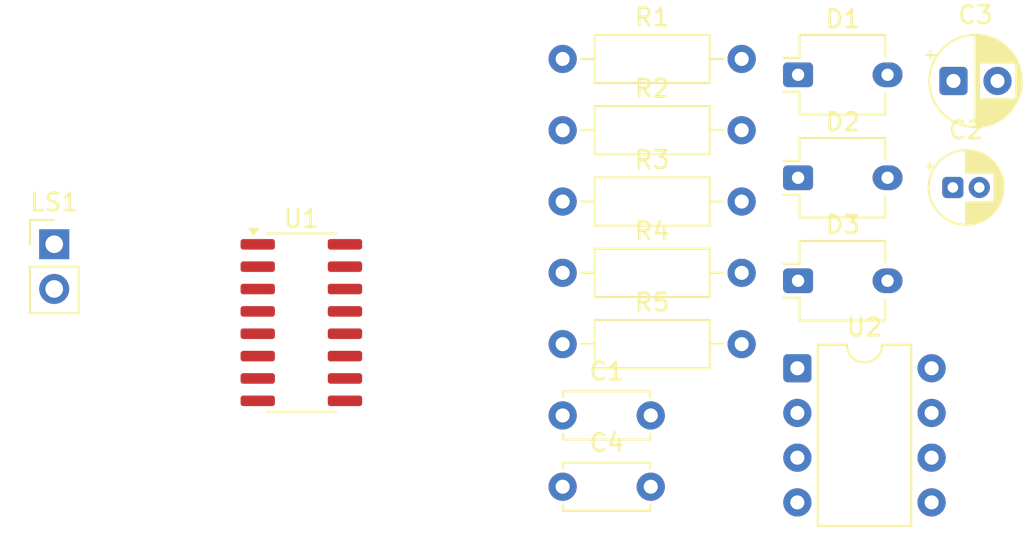
<source format=kicad_pcb>
(kicad_pcb (version 20241229) (generator "pcbnew") (generator_version "9.0")
  (layers (0 "F.Cu" signal) (2 "B.Cu" signal) (13 "F.Paste" user) (15 "B.Paste" user) (5 "F.SilkS" user "F.Silkscreen") (7 "B.SilkS" user "B.Silkscreen") (1 "F.Mask" user) (3 "B.Mask" user) (25 "Edge.Cuts" user))
  (net 0 "")
  (net 1 "Net-(U1-VREF)")
  (net 2 "GND")
  (net 3 "Net-(U1-INL)")
  (net 4 "+5V")
  (net 5 "Net-(U1-LOUT-)")
  (net 6 "Net-(U1-LOUT+)")
  (net 10 "Net-(C2-Pad1)")
  (net 11 "Net-(D1-K)")
  (net 12 "Net-(U2B-+)")
  (net 13 "Net-(U2B--)")
  (net 14 "Net-(U2A-+)")
  (footprint "Resistor_THT:R_Axial_DIN0207_L6.3mm_D2.5mm_P10.16mm_Horizontal" (layer "F.Cu") (at 167.855199 85.4)
    (property "Reference" "R5" (at 5.08 -2.37 0) (layer "F.SilkS"))
    (property "Value" "10k")
    (fp_line (start 1.04 0) (end 1.81 0) (stroke (width 0.12)) (layer "F.SilkS"))
    (fp_line (start 9.12 0) (end 8.35 0) (stroke (width 0.12)) (layer "F.SilkS"))
    (fp_rect (start 1.81 -1.37) (end 8.35 1.37) (stroke (width 0.12)) (fill no) (layer "F.SilkS"))
    (pad "1" thru_hole circle (at 0 0) (size 1.6 1.6) (drill 0.8) (layers "*.Cu" "*.Mask") (net 14 "Net-(U2A-+)"))
    (pad "2" thru_hole circle (at 10.16 0) (size 1.6 1.6) (drill 0.8) (layers "*.Cu" "*.Mask") (net 2 "GND"))
  )
  (footprint "Capacitor_THT:C_Disc_D4.7mm_W2.5mm_P5.00mm" (layer "F.Cu") (at 167.855199 89.45)
    (property "Reference" "C1" (at 2.5 -2.5 0) (layer "F.SilkS"))
    (property "Value" "0.1uF")
    (fp_line (start 0.03 -1.37) (end 4.97 -1.37) (stroke (width 0.12)) (layer "F.SilkS"))
    (fp_line (start 0.03 -1.04) (end 0.03 -1.37) (stroke (width 0.12)) (layer "F.SilkS"))
    (fp_line (start 0.03 1.37) (end 0.03 1.04) (stroke (width 0.12)) (layer "F.SilkS"))
    (fp_line (start 4.97 -1.37) (end 4.97 -1.04) (stroke (width 0.12)) (layer "F.SilkS"))
    (fp_line (start 4.97 1.04) (end 4.97 1.37) (stroke (width 0.12)) (layer "F.SilkS"))
    (fp_line (start 4.97 1.37) (end 0.03 1.37) (stroke (width 0.12)) (layer "F.SilkS"))
    (pad "1" thru_hole circle (at 0 0) (size 1.6 1.6) (drill 0.8) (layers "*.Cu" "*.Mask") (net 1 "Net-(U1-VREF)"))
    (pad "2" thru_hole circle (at 5 0) (size 1.6 1.6) (drill 0.8) (layers "*.Cu" "*.Mask") (net 2 "GND"))
  )
  (footprint "Resistor_THT:R_Axial_DIN0207_L6.3mm_D2.5mm_P10.16mm_Horizontal" (layer "F.Cu") (at 167.855199 81.35)
    (property "Reference" "R4" (at 5.08 -2.37 0) (layer "F.SilkS"))
    (property "Value" "10k")
    (fp_line (start 1.04 0) (end 1.81 0) (stroke (width 0.12)) (layer "F.SilkS"))
    (fp_line (start 9.12 0) (end 8.35 0) (stroke (width 0.12)) (layer "F.SilkS"))
    (fp_rect (start 1.81 -1.37) (end 8.35 1.37) (stroke (width 0.12)) (fill no) (layer "F.SilkS"))
    (pad "1" thru_hole circle (at 0 0) (size 1.6 1.6) (drill 0.8) (layers "*.Cu" "*.Mask") (net 4 "+5V"))
    (pad "2" thru_hole circle (at 10.16 0) (size 1.6 1.6) (drill 0.8) (layers "*.Cu" "*.Mask") (net 14 "Net-(U2A-+)"))
  )
  (footprint "Resistor_THT:R_Axial_DIN0207_L6.3mm_D2.5mm_P10.16mm_Horizontal" (layer "F.Cu") (at 167.855199 77.3)
    (property "Reference" "R3" (at 5.08 -2.37 0) (layer "F.SilkS"))
    (property "Value" "5.1k")
    (fp_line (start 1.04 0) (end 1.81 0) (stroke (width 0.12)) (layer "F.SilkS"))
    (fp_line (start 9.12 0) (end 8.35 0) (stroke (width 0.12)) (layer "F.SilkS"))
    (fp_rect (start 1.81 -1.37) (end 8.35 1.37) (stroke (width 0.12)) (fill no) (layer "F.SilkS"))
    (pad "1" thru_hole circle (at 0 0) (size 1.6 1.6) (drill 0.8) (layers "*.Cu" "*.Mask") (net 14 "Net-(U2A-+)"))
    (pad "2" thru_hole circle (at 10.16 0) (size 1.6 1.6) (drill 0.8) (layers "*.Cu" "*.Mask") (net 13 "Net-(U2B--)"))
  )
  (footprint "OptoDevice:Osram_DIL2_4.3x4.65mm_P5.08mm" (layer "F.Cu") (at 181.215199 81.8)
    (property "Reference" "D3" (at 2.54 -3.17 0) (layer "F.SilkS"))
    (property "Value" "BPW34")
    (fp_line (start 0.08 -2.26) (end 0.08 -0.96) (stroke (width 0.12)) (layer "F.SilkS"))
    (fp_line (start 0.08 -2.26) (end 4.95 -2.26) (stroke (width 0.12)) (layer "F.SilkS"))
    (fp_line (start 0.08 -0.96) (end -0.84 -0.96) (stroke (width 0.12)) (layer "F.SilkS"))
    (fp_line (start 0.08 0.96) (end -0.84 0.96) (stroke (width 0.12)) (layer "F.SilkS"))
    (fp_line (start 0.08 0.96) (end 0.08 2.26) (stroke (width 0.12)) (layer "F.SilkS"))
    (fp_line (start 4.95 -2.26) (end 4.95 -1.06) (stroke (width 0.12)) (layer "F.SilkS"))
    (fp_line (start 4.95 1.06) (end 4.95 2.26) (stroke (width 0.12)) (layer "F.SilkS"))
    (fp_line (start 4.95 2.26) (end 0.08 2.26) (stroke (width 0.12)) (layer "F.SilkS"))
    (pad "1" thru_hole roundrect (at 0 0) (size 1.7 1.4) (drill 0.7) (layers "*.Cu" "*.Mask") (roundrect_rratio 0.178) (net 11 "Net-(D1-K)"))
    (pad "2" thru_hole oval (at 5.08 0) (size 1.7 1.4) (drill 0.7) (layers "*.Cu" "*.Mask") (net 2 "GND"))
  )
  (footprint "Capacitor_THT:CP_Radial_D4.0mm_P1.50mm" (layer "F.Cu") (at 190 76.5)
    (property "Reference" "C2" (at 0.75 -3.25 0) (layer "F.SilkS"))
    (property "Value" "1uF")
    (fp_line (start -1.519801 -1.195) (end -1.119801 -1.195) (stroke (width 0.12)) (layer "F.SilkS"))
    (fp_line (start -1.319801 -1.395) (end -1.319801 -0.995) (stroke (width 0.12)) (layer "F.SilkS"))
    (fp_line (start 0.75 -2.08) (end 0.75 -0.84) (stroke (width 0.12)) (layer "F.SilkS"))
    (fp_line (start 0.75 0.84) (end 0.75 2.08) (stroke (width 0.12)) (layer "F.SilkS"))
    (fp_line (start 0.79 -2.08) (end 0.79 -0.84) (stroke (width 0.12)) (layer "F.SilkS"))
    (fp_line (start 0.79 0.84) (end 0.79 2.08) (stroke (width 0.12)) (layer "F.SilkS"))
    (fp_line (start 0.83 -2.078) (end 0.83 -0.84) (stroke (width 0.12)) (layer "F.SilkS"))
    (fp_line (start 0.83 0.84) (end 0.83 2.078) (stroke (width 0.12)) (layer "F.SilkS"))
    (fp_line (start 0.87 -2.077) (end 0.87 -0.84) (stroke (width 0.12)) (layer "F.SilkS"))
    (fp_line (start 0.87 0.84) (end 0.87 2.077) (stroke (width 0.12)) (layer "F.SilkS"))
    (fp_line (start 0.91 -2.074) (end 0.91 -0.84) (stroke (width 0.12)) (layer "F.SilkS"))
    (fp_line (start 0.91 0.84) (end 0.91 2.074) (stroke (width 0.12)) (layer "F.SilkS"))
    (fp_line (start 0.95 -2.071) (end 0.95 -0.84) (stroke (width 0.12)) (layer "F.SilkS"))
    (fp_line (start 0.95 0.84) (end 0.95 2.071) (stroke (width 0.12)) (layer "F.SilkS"))
    (fp_line (start 0.99 -2.066) (end 0.99 -0.84) (stroke (width 0.12)) (layer "F.SilkS"))
    (fp_line (start 0.99 0.84) (end 0.99 2.066) (stroke (width 0.12)) (layer "F.SilkS"))
    (fp_line (start 1.03 -2.061) (end 1.03 -0.84) (stroke (width 0.12)) (layer "F.SilkS"))
    (fp_line (start 1.03 0.84) (end 1.03 2.061) (stroke (width 0.12)) (layer "F.SilkS"))
    (fp_line (start 1.07 -2.056) (end 1.07 -0.84) (stroke (width 0.12)) (layer "F.SilkS"))
    (fp_line (start 1.07 0.84) (end 1.07 2.056) (stroke (width 0.12)) (layer "F.SilkS"))
    (fp_line (start 1.11 -2.049) (end 1.11 -0.84) (stroke (width 0.12)) (layer "F.SilkS"))
    (fp_line (start 1.11 0.84) (end 1.11 2.049) (stroke (width 0.12)) (layer "F.SilkS"))
    (fp_line (start 1.15 -2.042) (end 1.15 -0.84) (stroke (width 0.12)) (layer "F.SilkS"))
    (fp_line (start 1.15 0.84) (end 1.15 2.042) (stroke (width 0.12)) (layer "F.SilkS"))
    (fp_line (start 1.19 -2.034) (end 1.19 -0.84) (stroke (width 0.12)) (layer "F.SilkS"))
    (fp_line (start 1.19 0.84) (end 1.19 2.034) (stroke (width 0.12)) (layer "F.SilkS"))
    (fp_line (start 1.23 -2.025) (end 1.23 -0.84) (stroke (width 0.12)) (layer "F.SilkS"))
    (fp_line (start 1.23 0.84) (end 1.23 2.025) (stroke (width 0.12)) (layer "F.SilkS"))
    (fp_line (start 1.27 -2.015) (end 1.27 -0.84) (stroke (width 0.12)) (layer "F.SilkS"))
    (fp_line (start 1.27 0.84) (end 1.27 2.015) (stroke (width 0.12)) (layer "F.SilkS"))
    (fp_line (start 1.31 -2.005) (end 1.31 -0.84) (stroke (width 0.12)) (layer "F.SilkS"))
    (fp_line (start 1.31 0.84) (end 1.31 2.005) (stroke (width 0.12)) (layer "F.SilkS"))
    (fp_line (start 1.35 -1.993) (end 1.35 -0.84) (stroke (width 0.12)) (layer "F.SilkS"))
    (fp_line (start 1.35 0.84) (end 1.35 1.993) (stroke (width 0.12)) (layer "F.SilkS"))
    (fp_line (start 1.39 -1.981) (end 1.39 -0.84) (stroke (width 0.12)) (layer "F.SilkS"))
    (fp_line (start 1.39 0.84) (end 1.39 1.981) (stroke (width 0.12)) (layer "F.SilkS"))
    (fp_line (start 1.43 -1.968) (end 1.43 -0.84) (stroke (width 0.12)) (layer "F.SilkS"))
    (fp_line (start 1.43 0.84) (end 1.43 1.968) (stroke (width 0.12)) (layer "F.SilkS"))
    (fp_line (start 1.47 -1.954) (end 1.47 -0.84) (stroke (width 0.12)) (layer "F.SilkS"))
    (fp_line (start 1.47 0.84) (end 1.47 1.954) (stroke (width 0.12)) (layer "F.SilkS"))
    (fp_line (start 1.51 -1.939) (end 1.51 -0.84) (stroke (width 0.12)) (layer "F.SilkS"))
    (fp_line (start 1.51 0.84) (end 1.51 1.939) (stroke (width 0.12)) (layer "F.SilkS"))
    (fp_line (start 1.55 -1.923) (end 1.55 -0.84) (stroke (width 0.12)) (layer "F.SilkS"))
    (fp_line (start 1.55 0.84) (end 1.55 1.923) (stroke (width 0.12)) (layer "F.SilkS"))
    (fp_line (start 1.59 -1.906) (end 1.59 -0.84) (stroke (width 0.12)) (layer "F.SilkS"))
    (fp_line (start 1.59 0.84) (end 1.59 1.906) (stroke (width 0.12)) (layer "F.SilkS"))
    (fp_line (start 1.63 -1.889) (end 1.63 -0.84) (stroke (width 0.12)) (layer "F.SilkS"))
    (fp_line (start 1.63 0.84) (end 1.63 1.889) (stroke (width 0.12)) (layer "F.SilkS"))
    (fp_line (start 1.67 -1.87) (end 1.67 -0.84) (stroke (width 0.12)) (layer "F.SilkS"))
    (fp_line (start 1.67 0.84) (end 1.67 1.87) (stroke (width 0.12)) (layer "F.SilkS"))
    (fp_line (start 1.71 -1.85) (end 1.71 -0.84) (stroke (width 0.12)) (layer "F.SilkS"))
    (fp_line (start 1.71 0.84) (end 1.71 1.85) (stroke (width 0.12)) (layer "F.SilkS"))
    (fp_line (start 1.75 -1.829) (end 1.75 -0.84) (stroke (width 0.12)) (layer "F.SilkS"))
    (fp_line (start 1.75 0.84) (end 1.75 1.829) (stroke (width 0.12)) (layer "F.SilkS"))
    (fp_line (start 1.79 -1.807) (end 1.79 -0.84) (stroke (width 0.12)) (layer "F.SilkS"))
    (fp_line (start 1.79 0.84) (end 1.79 1.807) (stroke (width 0.12)) (layer "F.SilkS"))
    (fp_line (start 1.83 -1.784) (end 1.83 -0.84) (stroke (width 0.12)) (layer "F.SilkS"))
    (fp_line (start 1.83 0.84) (end 1.83 1.784) (stroke (width 0.12)) (layer "F.SilkS"))
    (fp_line (start 1.87 -1.76) (end 1.87 -0.84) (stroke (width 0.12)) (layer "F.SilkS"))
    (fp_line (start 1.87 0.84) (end 1.87 1.76) (stroke (width 0.12)) (layer "F.SilkS"))
    (fp_line (start 1.91 -1.734) (end 1.91 -0.84) (stroke (width 0.12)) (layer "F.SilkS"))
    (fp_line (start 1.91 0.84) (end 1.91 1.734) (stroke (width 0.12)) (layer "F.SilkS"))
    (fp_line (start 1.95 -1.708) (end 1.95 -0.84) (stroke (width 0.12)) (layer "F.SilkS"))
    (fp_line (start 1.95 0.84) (end 1.95 1.708) (stroke (width 0.12)) (layer "F.SilkS"))
    (fp_line (start 1.99 -1.68) (end 1.99 -0.84) (stroke (width 0.12)) (layer "F.SilkS"))
    (fp_line (start 1.99 0.84) (end 1.99 1.68) (stroke (width 0.12)) (layer "F.SilkS"))
    (fp_line (start 2.03 -1.65) (end 2.03 -0.84) (stroke (width 0.12)) (layer "F.SilkS"))
    (fp_line (start 2.03 0.84) (end 2.03 1.65) (stroke (width 0.12)) (layer "F.SilkS"))
    (fp_line (start 2.07 -1.619) (end 2.07 -0.84) (stroke (width 0.12)) (layer "F.SilkS"))
    (fp_line (start 2.07 0.84) (end 2.07 1.619) (stroke (width 0.12)) (layer "F.SilkS"))
    (fp_line (start 2.11 -1.586) (end 2.11 -0.84) (stroke (width 0.12)) (layer "F.SilkS"))
    (fp_line (start 2.11 0.84) (end 2.11 1.586) (stroke (width 0.12)) (layer "F.SilkS"))
    (fp_line (start 2.15 -1.552) (end 2.15 -0.84) (stroke (width 0.12)) (layer "F.SilkS"))
    (fp_line (start 2.15 0.84) (end 2.15 1.552) (stroke (width 0.12)) (layer "F.SilkS"))
    (fp_line (start 2.19 -1.516) (end 2.19 -0.84) (stroke (width 0.12)) (layer "F.SilkS"))
    (fp_line (start 2.19 0.84) (end 2.19 1.516) (stroke (width 0.12)) (layer "F.SilkS"))
    (fp_line (start 2.23 -1.478) (end 2.23 -0.84) (stroke (width 0.12)) (layer "F.SilkS"))
    (fp_line (start 2.23 0.84) (end 2.23 1.478) (stroke (width 0.12)) (layer "F.SilkS"))
    (fp_line (start 2.27 -1.438) (end 2.27 -0.84) (stroke (width 0.12)) (layer "F.SilkS"))
    (fp_line (start 2.27 0.84) (end 2.27 1.438) (stroke (width 0.12)) (layer "F.SilkS"))
    (fp_line (start 2.31 -1.396) (end 2.31 -0.84) (stroke (width 0.12)) (layer "F.SilkS"))
    (fp_line (start 2.31 0.84) (end 2.31 1.396) (stroke (width 0.12)) (layer "F.SilkS"))
    (fp_line (start 2.35 -1.351) (end 2.35 1.351) (stroke (width 0.12)) (layer "F.SilkS"))
    (fp_line (start 2.39 -1.303) (end 2.39 1.303) (stroke (width 0.12)) (layer "F.SilkS"))
    (fp_line (start 2.43 -1.253) (end 2.43 1.253) (stroke (width 0.12)) (layer "F.SilkS"))
    (fp_line (start 2.47 -1.199) (end 2.47 1.199) (stroke (width 0.12)) (layer "F.SilkS"))
    (fp_line (start 2.51 -1.142) (end 2.51 1.142) (stroke (width 0.12)) (layer "F.SilkS"))
    (fp_line (start 2.55 -1.08) (end 2.55 1.08) (stroke (width 0.12)) (layer "F.SilkS"))
    (fp_line (start 2.59 -1.013) (end 2.59 1.013) (stroke (width 0.12)) (layer "F.SilkS"))
    (fp_line (start 2.63 -0.94) (end 2.63 0.94) (stroke (width 0.12)) (layer "F.SilkS"))
    (fp_line (start 2.67 -0.859) (end 2.67 0.859) (stroke (width 0.12)) (layer "F.SilkS"))
    (fp_line (start 2.71 -0.768) (end 2.71 0.768) (stroke (width 0.12)) (layer "F.SilkS"))
    (fp_line (start 2.75 -0.663) (end 2.75 0.663) (stroke (width 0.12)) (layer "F.SilkS"))
    (fp_line (start 2.79 -0.537) (end 2.79 0.537) (stroke (width 0.12)) (layer "F.SilkS"))
    (fp_line (start 2.83 -0.37) (end 2.83 0.37) (stroke (width 0.12)) (layer "F.SilkS"))
    (fp_circle (center 0.75 0) (end 2.87 0) (stroke (width 0.12)) (fill no) (layer "F.SilkS"))
    (pad "1" thru_hole roundrect (at 0 0) (size 1.2 1.2) (drill 0.6) (layers "*.Cu" "*.Mask") (roundrect_rratio 0.208333) (net 10 "Net-(C2-Pad1)"))
    (pad "2" thru_hole circle (at 1.5 0) (size 1.2 1.2) (drill 0.6) (layers "*.Cu" "*.Mask") (net 3 "Net-(U1-INL)"))
  )
  (footprint "Resistor_THT:R_Axial_DIN0207_L6.3mm_D2.5mm_P10.16mm_Horizontal" (layer "F.Cu") (at 167.855199 69.2)
    (property "Reference" "R1" (at 5.08 -2.37 0) (layer "F.SilkS"))
    (property "Value" "10k")
    (fp_line (start 1.04 0) (end 1.81 0) (stroke (width 0.12)) (layer "F.SilkS"))
    (fp_line (start 9.12 0) (end 8.35 0) (stroke (width 0.12)) (layer "F.SilkS"))
    (fp_rect (start 1.81 -1.37) (end 8.35 1.37) (stroke (width 0.12)) (fill no) (layer "F.SilkS"))
    (pad "1" thru_hole circle (at 0 0) (size 1.6 1.6) (drill 0.8) (layers "*.Cu" "*.Mask") (net 11 "Net-(D1-K)"))
    (pad "2" thru_hole circle (at 10.16 0) (size 1.6 1.6) (drill 0.8) (layers "*.Cu" "*.Mask") (net 12 "Net-(U2B-+)"))
  )
  (footprint "Resistor_THT:R_Axial_DIN0207_L6.3mm_D2.5mm_P10.16mm_Horizontal" (layer "F.Cu") (at 167.855199 73.25)
    (property "Reference" "R2" (at 5.08 -2.37 0) (layer "F.SilkS"))
    (property "Value" "10k")
    (fp_line (start 1.04 0) (end 1.81 0) (stroke (width 0.12)) (layer "F.SilkS"))
    (fp_line (start 9.12 0) (end 8.35 0) (stroke (width 0.12)) (layer "F.SilkS"))
    (fp_rect (start 1.81 -1.37) (end 8.35 1.37) (stroke (width 0.12)) (fill no) (layer "F.SilkS"))
    (pad "1" thru_hole circle (at 0 0) (size 1.6 1.6) (drill 0.8) (layers "*.Cu" "*.Mask") (net 13 "Net-(U2B--)"))
    (pad "2" thru_hole circle (at 10.16 0) (size 1.6 1.6) (drill 0.8) (layers "*.Cu" "*.Mask") (net 10 "Net-(C2-Pad1)"))
  )
  (footprint "Package_DIP:DIP-8_W7.62mm" (layer "F.Cu") (at 181.175199 86.77)
    (property "Reference" "U2" (at 3.81 -2.33 0) (layer "F.SilkS"))
    (property "Value" "LM358")
    (fp_line (start 1.16 -1.33) (end 1.16 8.95) (stroke (width 0.12)) (layer "F.SilkS"))
    (fp_line (start 1.16 8.95) (end 6.46 8.95) (stroke (width 0.12)) (layer "F.SilkS"))
    (fp_line (start 2.81 -1.33) (end 1.16 -1.33) (stroke (width 0.12)) (layer "F.SilkS"))
    (fp_line (start 6.46 -1.33) (end 4.81 -1.33) (stroke (width 0.12)) (layer "F.SilkS"))
    (fp_line (start 6.46 8.95) (end 6.46 -1.33) (stroke (width 0.12)) (layer "F.SilkS"))
    (fp_arc (start 4.81 -1.33) (mid 3.81 -0.33) (end 2.81 -1.33) (stroke (width 0.12)) (layer "F.SilkS"))
    (pad "1" thru_hole roundrect (at 0 0) (size 1.6 1.6) (drill 0.8) (layers "*.Cu" "*.Mask") (roundrect_rratio 0.15625) (net 12 "Net-(U2B-+)"))
    (pad "2" thru_hole circle (at 0 2.54) (size 1.6 1.6) (drill 0.8) (layers "*.Cu" "*.Mask") (net 11 "Net-(D1-K)"))
    (pad "3" thru_hole circle (at 0 5.08) (size 1.6 1.6) (drill 0.8) (layers "*.Cu" "*.Mask") (net 14 "Net-(U2A-+)"))
    (pad "4" thru_hole circle (at 0 7.62) (size 1.6 1.6) (drill 0.8) (layers "*.Cu" "*.Mask") (net 2 "GND"))
    (pad "5" thru_hole circle (at 7.62 7.62) (size 1.6 1.6) (drill 0.8) (layers "*.Cu" "*.Mask") (net 12 "Net-(U2B-+)"))
    (pad "6" thru_hole circle (at 7.62 5.08) (size 1.6 1.6) (drill 0.8) (layers "*.Cu" "*.Mask") (net 13 "Net-(U2B--)"))
    (pad "7" thru_hole circle (at 7.62 2.54) (size 1.6 1.6) (drill 0.8) (layers "*.Cu" "*.Mask") (net 10 "Net-(C2-Pad1)"))
    (pad "8" thru_hole circle (at 7.62 0) (size 1.6 1.6) (drill 0.8) (layers "*.Cu" "*.Mask") (net 4 "+5V"))
  )
  (footprint "Capacitor_THT:C_Disc_D4.7mm_W2.5mm_P5.00mm" (layer "F.Cu") (at 167.855199 93.5)
    (property "Reference" "C4" (at 2.5 -2.5 0) (layer "F.SilkS"))
    (property "Value" "0.1uF")
    (fp_line (start 0.03 -1.37) (end 4.97 -1.37) (stroke (width 0.12)) (layer "F.SilkS"))
    (fp_line (start 0.03 -1.04) (end 0.03 -1.37) (stroke (width 0.12)) (layer "F.SilkS"))
    (fp_line (start 0.03 1.37) (end 0.03 1.04) (stroke (width 0.12)) (layer "F.SilkS"))
    (fp_line (start 4.97 -1.37) (end 4.97 -1.04) (stroke (width 0.12)) (layer "F.SilkS"))
    (fp_line (start 4.97 1.04) (end 4.97 1.37) (stroke (width 0.12)) (layer "F.SilkS"))
    (fp_line (start 4.97 1.37) (end 0.03 1.37) (stroke (width 0.12)) (layer "F.SilkS"))
    (pad "1" thru_hole circle (at 0 0) (size 1.6 1.6) (drill 0.8) (layers "*.Cu" "*.Mask") (net 4 "+5V"))
    (pad "2" thru_hole circle (at 5 0) (size 1.6 1.6) (drill 0.8) (layers "*.Cu" "*.Mask") (net 2 "GND"))
  )
  (footprint "OptoDevice:Osram_DIL2_4.3x4.65mm_P5.08mm" (layer "F.Cu") (at 181.215199 75.95)
    (property "Reference" "D2" (at 2.54 -3.17 0) (layer "F.SilkS"))
    (property "Value" "BPW34")
    (fp_line (start 0.08 -2.26) (end 0.08 -0.96) (stroke (width 0.12)) (layer "F.SilkS"))
    (fp_line (start 0.08 -2.26) (end 4.95 -2.26) (stroke (width 0.12)) (layer "F.SilkS"))
    (fp_line (start 0.08 -0.96) (end -0.84 -0.96) (stroke (width 0.12)) (layer "F.SilkS"))
    (fp_line (start 0.08 0.96) (end -0.84 0.96) (stroke (width 0.12)) (layer "F.SilkS"))
    (fp_line (start 0.08 0.96) (end 0.08 2.26) (stroke (width 0.12)) (layer "F.SilkS"))
    (fp_line (start 4.95 -2.26) (end 4.95 -1.06) (stroke (width 0.12)) (layer "F.SilkS"))
    (fp_line (start 4.95 1.06) (end 4.95 2.26) (stroke (width 0.12)) (layer "F.SilkS"))
    (fp_line (start 4.95 2.26) (end 0.08 2.26) (stroke (width 0.12)) (layer "F.SilkS"))
    (pad "1" thru_hole roundrect (at 0 0) (size 1.7 1.4) (drill 0.7) (layers "*.Cu" "*.Mask") (roundrect_rratio 0.178) (net 11 "Net-(D1-K)"))
    (pad "2" thru_hole oval (at 5.08 0) (size 1.7 1.4) (drill 0.7) (layers "*.Cu" "*.Mask") (net 2 "GND"))
  )
  (footprint "OptoDevice:Osram_DIL2_4.3x4.65mm_P5.08mm" (layer "F.Cu") (at 181.215199 70.1)
    (property "Reference" "D1" (at 2.54 -3.17 0) (layer "F.SilkS"))
    (property "Value" "BPW34")
    (fp_line (start 0.08 -2.26) (end 0.08 -0.96) (stroke (width 0.12)) (layer "F.SilkS"))
    (fp_line (start 0.08 -2.26) (end 4.95 -2.26) (stroke (width 0.12)) (layer "F.SilkS"))
    (fp_line (start 0.08 -0.96) (end -0.84 -0.96) (stroke (width 0.12)) (layer "F.SilkS"))
    (fp_line (start 0.08 0.96) (end -0.84 0.96) (stroke (width 0.12)) (layer "F.SilkS"))
    (fp_line (start 0.08 0.96) (end 0.08 2.26) (stroke (width 0.12)) (layer "F.SilkS"))
    (fp_line (start 4.95 -2.26) (end 4.95 -1.06) (stroke (width 0.12)) (layer "F.SilkS"))
    (fp_line (start 4.95 1.06) (end 4.95 2.26) (stroke (width 0.12)) (layer "F.SilkS"))
    (fp_line (start 4.95 2.26) (end 0.08 2.26) (stroke (width 0.12)) (layer "F.SilkS"))
    (pad "1" thru_hole roundrect (at 0 0) (size 1.7 1.4) (drill 0.7) (layers "*.Cu" "*.Mask") (roundrect_rratio 0.178) (net 11 "Net-(D1-K)"))
    (pad "2" thru_hole oval (at 5.08 0) (size 1.7 1.4) (drill 0.7) (layers "*.Cu" "*.Mask") (net 2 "GND"))
  )
  (footprint "Capacitor_THT:CP_Radial_D5.0mm_P2.50mm" (layer "F.Cu") (at 190.034974 70.45)
    (property "Reference" "C3" (at 1.25 -3.75 0) (layer "F.SilkS"))
    (property "Value" "20uF")
    (fp_line (start -1.554775 -1.475) (end -1.054775 -1.475) (stroke (width 0.12)) (layer "F.SilkS"))
    (fp_line (start -1.304775 -1.725) (end -1.304775 -1.225) (stroke (width 0.12)) (layer "F.SilkS"))
    (fp_line (start 1.25 -2.58) (end 1.25 2.58) (stroke (width 0.12)) (layer "F.SilkS"))
    (fp_line (start 1.29 -2.58) (end 1.29 2.58) (stroke (width 0.12)) (layer "F.SilkS"))
    (fp_line (start 1.33 -2.579) (end 1.33 2.579) (stroke (width 0.12)) (layer "F.SilkS"))
    (fp_line (start 1.37 -2.577) (end 1.37 2.577) (stroke (width 0.12)) (layer "F.SilkS"))
    (fp_line (start 1.41 -2.575) (end 1.41 2.575) (stroke (width 0.12)) (layer "F.SilkS"))
    (fp_line (start 1.45 -2.572) (end 1.45 2.572) (stroke (width 0.12)) (layer "F.SilkS"))
    (fp_line (start 1.49 -2.569) (end 1.49 -1.04) (stroke (width 0.12)) (layer "F.SilkS"))
    (fp_line (start 1.49 1.04) (end 1.49 2.569) (stroke (width 0.12)) (layer "F.SilkS"))
    (fp_line (start 1.53 -2.565) (end 1.53 -1.04) (stroke (width 0.12)) (layer "F.SilkS"))
    (fp_line (start 1.53 1.04) (end 1.53 2.565) (stroke (width 0.12)) (layer "F.SilkS"))
    (fp_line (start 1.57 -2.56) (end 1.57 -1.04) (stroke (width 0.12)) (layer "F.SilkS"))
    (fp_line (start 1.57 1.04) (end 1.57 2.56) (stroke (width 0.12)) (layer "F.SilkS"))
    (fp_line (start 1.61 -2.555) (end 1.61 -1.04) (stroke (width 0.12)) (layer "F.SilkS"))
    (fp_line (start 1.61 1.04) (end 1.61 2.555) (stroke (width 0.12)) (layer "F.SilkS"))
    (fp_line (start 1.65 -2.549) (end 1.65 -1.04) (stroke (width 0.12)) (layer "F.SilkS"))
    (fp_line (start 1.65 1.04) (end 1.65 2.549) (stroke (width 0.12)) (layer "F.SilkS"))
    (fp_line (start 1.69 -2.543) (end 1.69 -1.04) (stroke (width 0.12)) (layer "F.SilkS"))
    (fp_line (start 1.69 1.04) (end 1.69 2.543) (stroke (width 0.12)) (layer "F.SilkS"))
    (fp_line (start 1.73 -2.536) (end 1.73 -1.04) (stroke (width 0.12)) (layer "F.SilkS"))
    (fp_line (start 1.73 1.04) (end 1.73 2.536) (stroke (width 0.12)) (layer "F.SilkS"))
    (fp_line (start 1.77 -2.528) (end 1.77 -1.04) (stroke (width 0.12)) (layer "F.SilkS"))
    (fp_line (start 1.77 1.04) (end 1.77 2.528) (stroke (width 0.12)) (layer "F.SilkS"))
    (fp_line (start 1.81 -2.519) (end 1.81 -1.04) (stroke (width 0.12)) (layer "F.SilkS"))
    (fp_line (start 1.81 1.04) (end 1.81 2.519) (stroke (width 0.12)) (layer "F.SilkS"))
    (fp_line (start 1.85 -2.51) (end 1.85 -1.04) (stroke (width 0.12)) (layer "F.SilkS"))
    (fp_line (start 1.85 1.04) (end 1.85 2.51) (stroke (width 0.12)) (layer "F.SilkS"))
    (fp_line (start 1.89 -2.501) (end 1.89 -1.04) (stroke (width 0.12)) (layer "F.SilkS"))
    (fp_line (start 1.89 1.04) (end 1.89 2.501) (stroke (width 0.12)) (layer "F.SilkS"))
    (fp_line (start 1.93 -2.49) (end 1.93 -1.04) (stroke (width 0.12)) (layer "F.SilkS"))
    (fp_line (start 1.93 1.04) (end 1.93 2.49) (stroke (width 0.12)) (layer "F.SilkS"))
    (fp_line (start 1.97 -2.479) (end 1.97 -1.04) (stroke (width 0.12)) (layer "F.SilkS"))
    (fp_line (start 1.97 1.04) (end 1.97 2.479) (stroke (width 0.12)) (layer "F.SilkS"))
    (fp_line (start 2.01 -2.467) (end 2.01 -1.04) (stroke (width 0.12)) (layer "F.SilkS"))
    (fp_line (start 2.01 1.04) (end 2.01 2.467) (stroke (width 0.12)) (layer "F.SilkS"))
    (fp_line (start 2.05 -2.455) (end 2.05 -1.04) (stroke (width 0.12)) (layer "F.SilkS"))
    (fp_line (start 2.05 1.04) (end 2.05 2.455) (stroke (width 0.12)) (layer "F.SilkS"))
    (fp_line (start 2.09 -2.442) (end 2.09 -1.04) (stroke (width 0.12)) (layer "F.SilkS"))
    (fp_line (start 2.09 1.04) (end 2.09 2.442) (stroke (width 0.12)) (layer "F.SilkS"))
    (fp_line (start 2.13 -2.428) (end 2.13 -1.04) (stroke (width 0.12)) (layer "F.SilkS"))
    (fp_line (start 2.13 1.04) (end 2.13 2.428) (stroke (width 0.12)) (layer "F.SilkS"))
    (fp_line (start 2.17 -2.413) (end 2.17 -1.04) (stroke (width 0.12)) (layer "F.SilkS"))
    (fp_line (start 2.17 1.04) (end 2.17 2.413) (stroke (width 0.12)) (layer "F.SilkS"))
    (fp_line (start 2.21 -2.398) (end 2.21 -1.04) (stroke (width 0.12)) (layer "F.SilkS"))
    (fp_line (start 2.21 1.04) (end 2.21 2.398) (stroke (width 0.12)) (layer "F.SilkS"))
    (fp_line (start 2.25 -2.382) (end 2.25 -1.04) (stroke (width 0.12)) (layer "F.SilkS"))
    (fp_line (start 2.25 1.04) (end 2.25 2.382) (stroke (width 0.12)) (layer "F.SilkS"))
    (fp_line (start 2.29 -2.365) (end 2.29 -1.04) (stroke (width 0.12)) (layer "F.SilkS"))
    (fp_line (start 2.29 1.04) (end 2.29 2.365) (stroke (width 0.12)) (layer "F.SilkS"))
    (fp_line (start 2.33 -2.347) (end 2.33 -1.04) (stroke (width 0.12)) (layer "F.SilkS"))
    (fp_line (start 2.33 1.04) (end 2.33 2.347) (stroke (width 0.12)) (layer "F.SilkS"))
    (fp_line (start 2.37 -2.329) (end 2.37 -1.04) (stroke (width 0.12)) (layer "F.SilkS"))
    (fp_line (start 2.37 1.04) (end 2.37 2.329) (stroke (width 0.12)) (layer "F.SilkS"))
    (fp_line (start 2.41 -2.309) (end 2.41 -1.04) (stroke (width 0.12)) (layer "F.SilkS"))
    (fp_line (start 2.41 1.04) (end 2.41 2.309) (stroke (width 0.12)) (layer "F.SilkS"))
    (fp_line (start 2.45 -2.289) (end 2.45 -1.04) (stroke (width 0.12)) (layer "F.SilkS"))
    (fp_line (start 2.45 1.04) (end 2.45 2.289) (stroke (width 0.12)) (layer "F.SilkS"))
    (fp_line (start 2.49 -2.268) (end 2.49 -1.04) (stroke (width 0.12)) (layer "F.SilkS"))
    (fp_line (start 2.49 1.04) (end 2.49 2.268) (stroke (width 0.12)) (layer "F.SilkS"))
    (fp_line (start 2.53 -2.246) (end 2.53 -1.04) (stroke (width 0.12)) (layer "F.SilkS"))
    (fp_line (start 2.53 1.04) (end 2.53 2.246) (stroke (width 0.12)) (layer "F.SilkS"))
    (fp_line (start 2.57 -2.223) (end 2.57 -1.04) (stroke (width 0.12)) (layer "F.SilkS"))
    (fp_line (start 2.57 1.04) (end 2.57 2.223) (stroke (width 0.12)) (layer "F.SilkS"))
    (fp_line (start 2.61 -2.199) (end 2.61 -1.04) (stroke (width 0.12)) (layer "F.SilkS"))
    (fp_line (start 2.61 1.04) (end 2.61 2.199) (stroke (width 0.12)) (layer "F.SilkS"))
    (fp_line (start 2.65 -2.175) (end 2.65 -1.04) (stroke (width 0.12)) (layer "F.SilkS"))
    (fp_line (start 2.65 1.04) (end 2.65 2.175) (stroke (width 0.12)) (layer "F.SilkS"))
    (fp_line (start 2.69 -2.149) (end 2.69 -1.04) (stroke (width 0.12)) (layer "F.SilkS"))
    (fp_line (start 2.69 1.04) (end 2.69 2.149) (stroke (width 0.12)) (layer "F.SilkS"))
    (fp_line (start 2.73 -2.122) (end 2.73 -1.04) (stroke (width 0.12)) (layer "F.SilkS"))
    (fp_line (start 2.73 1.04) (end 2.73 2.122) (stroke (width 0.12)) (layer "F.SilkS"))
    (fp_line (start 2.77 -2.094) (end 2.77 -1.04) (stroke (width 0.12)) (layer "F.SilkS"))
    (fp_line (start 2.77 1.04) (end 2.77 2.094) (stroke (width 0.12)) (layer "F.SilkS"))
    (fp_line (start 2.81 -2.065) (end 2.81 -1.04) (stroke (width 0.12)) (layer "F.SilkS"))
    (fp_line (start 2.81 1.04) (end 2.81 2.065) (stroke (width 0.12)) (layer "F.SilkS"))
    (fp_line (start 2.85 -2.035) (end 2.85 -1.04) (stroke (width 0.12)) (layer "F.SilkS"))
    (fp_line (start 2.85 1.04) (end 2.85 2.035) (stroke (width 0.12)) (layer "F.SilkS"))
    (fp_line (start 2.89 -2.003) (end 2.89 -1.04) (stroke (width 0.12)) (layer "F.SilkS"))
    (fp_line (start 2.89 1.04) (end 2.89 2.003) (stroke (width 0.12)) (layer "F.SilkS"))
    (fp_line (start 2.93 -1.97) (end 2.93 -1.04) (stroke (width 0.12)) (layer "F.SilkS"))
    (fp_line (start 2.93 1.04) (end 2.93 1.97) (stroke (width 0.12)) (layer "F.SilkS"))
    (fp_line (start 2.97 -1.936) (end 2.97 -1.04) (stroke (width 0.12)) (layer "F.SilkS"))
    (fp_line (start 2.97 1.04) (end 2.97 1.936) (stroke (width 0.12)) (layer "F.SilkS"))
    (fp_line (start 3.01 -1.901) (end 3.01 -1.04) (stroke (width 0.12)) (layer "F.SilkS"))
    (fp_line (start 3.01 1.04) (end 3.01 1.901) (stroke (width 0.12)) (layer "F.SilkS"))
    (fp_line (start 3.05 -1.864) (end 3.05 -1.04) (stroke (width 0.12)) (layer "F.SilkS"))
    (fp_line (start 3.05 1.04) (end 3.05 1.864) (stroke (width 0.12)) (layer "F.SilkS"))
    (fp_line (start 3.09 -1.825) (end 3.09 -1.04) (stroke (width 0.12)) (layer "F.SilkS"))
    (fp_line (start 3.09 1.04) (end 3.09 1.825) (stroke (width 0.12)) (layer "F.SilkS"))
    (fp_line (start 3.13 -1.785) (end 3.13 -1.04) (stroke (width 0.12)) (layer "F.SilkS"))
    (fp_line (start 3.13 1.04) (end 3.13 1.785) (stroke (width 0.12)) (layer "F.SilkS"))
    (fp_line (start 3.17 -1.743) (end 3.17 -1.04) (stroke (width 0.12)) (layer "F.SilkS"))
    (fp_line (start 3.17 1.04) (end 3.17 1.743) (stroke (width 0.12)) (layer "F.SilkS"))
    (fp_line (start 3.21 -1.699) (end 3.21 -1.04) (stroke (width 0.12)) (layer "F.SilkS"))
    (fp_line (start 3.21 1.04) (end 3.21 1.699) (stroke (width 0.12)) (layer "F.SilkS"))
    (fp_line (start 3.25 -1.652) (end 3.25 -1.04) (stroke (width 0.12)) (layer "F.SilkS"))
    (fp_line (start 3.25 1.04) (end 3.25 1.652) (stroke (width 0.12)) (layer "F.SilkS"))
    (fp_line (start 3.29 -1.604) (end 3.29 -1.04) (stroke (width 0.12)) (layer "F.SilkS"))
    (fp_line (start 3.29 1.04) (end 3.29 1.604) (stroke (width 0.12)) (layer "F.SilkS"))
    (fp_line (start 3.33 -1.553) (end 3.33 -1.04) (stroke (width 0.12)) (layer "F.SilkS"))
    (fp_line (start 3.33 1.04) (end 3.33 1.553) (stroke (width 0.12)) (layer "F.SilkS"))
    (fp_line (start 3.37 -1.499) (end 3.37 -1.04) (stroke (width 0.12)) (layer "F.SilkS"))
    (fp_line (start 3.37 1.04) (end 3.37 1.499) (stroke (width 0.12)) (layer "F.SilkS"))
    (fp_line (start 3.41 -1.443) (end 3.41 -1.04) (stroke (width 0.12)) (layer "F.SilkS"))
    (fp_line (start 3.41 1.04) (end 3.41 1.443) (stroke (width 0.12)) (layer "F.SilkS"))
    (fp_line (start 3.45 -1.383) (end 3.45 -1.04) (stroke (width 0.12)) (layer "F.SilkS"))
    (fp_line (start 3.45 1.04) (end 3.45 1.383) (stroke (width 0.12)) (layer "F.SilkS"))
    (fp_line (start 3.49 -1.319) (end 3.49 -1.04) (stroke (width 0.12)) (layer "F.SilkS"))
    (fp_line (start 3.49 1.04) (end 3.49 1.319) (stroke (width 0.12)) (layer "F.SilkS"))
    (fp_line (start 3.53 -1.251) (end 3.53 -1.04) (stroke (width 0.12)) (layer "F.SilkS"))
    (fp_line (start 3.53 1.04) (end 3.53 1.251) (stroke (width 0.12)) (layer "F.SilkS"))
    (fp_line (start 3.57 -1.177) (end 3.57 1.177) (stroke (width 0.12)) (layer "F.SilkS"))
    (fp_line (start 3.61 -1.098) (end 3.61 1.098) (stroke (width 0.12)) (layer "F.SilkS"))
    (fp_line (start 3.65 -1.011) (end 3.65 1.011) (stroke (width 0.12)) (layer "F.SilkS"))
    (fp_line (start 3.69 -0.914) (end 3.69 0.914) (stroke (width 0.12)) (layer "F.SilkS"))
    (fp_line (start 3.73 -0.805) (end 3.73 0.805) (stroke (width 0.12)) (layer "F.SilkS"))
    (fp_line (start 3.77 -0.677) (end 3.77 0.677) (stroke (width 0.12)) (layer "F.SilkS"))
    (fp_line (start 3.81 -0.517) (end 3.81 0.517) (stroke (width 0.12)) (layer "F.SilkS"))
    (fp_line (start 3.85 -0.283) (end 3.85 0.283) (stroke (width 0.12)) (layer "F.SilkS"))
    (fp_circle (center 1.25 0) (end 3.87 0) (stroke (width 0.12)) (fill no) (layer "F.SilkS"))
    (pad "1" thru_hole roundrect (at 0 0) (size 1.6 1.6) (drill 0.8) (layers "*.Cu" "*.Mask") (roundrect_rratio 0.15625) (net 4 "+5V"))
    (pad "2" thru_hole circle (at 2.5 0) (size 1.6 1.6) (drill 0.8) (layers "*.Cu" "*.Mask") (net 2 "GND"))
  )
  (footprint "Connector_PinHeader_2.54mm:PinHeader_1x02_P2.54mm_Vertical" (layer "F.Cu") (at 139 79.725)
    (property "Reference" "LS1" (at 0 -2.38 0) (layer "F.SilkS"))
    (property "Value" "Speaker")
    (fp_line (start -1.38 -1.38) (end 0 -1.38) (stroke (width 0.12)) (layer "F.SilkS"))
    (fp_line (start -1.38 0) (end -1.38 -1.38) (stroke (width 0.12)) (layer "F.SilkS"))
    (fp_line (start -1.38 1.27) (end -1.38 3.92) (stroke (width 0.12)) (layer "F.SilkS"))
    (fp_line (start -1.38 1.27) (end 1.38 1.27) (stroke (width 0.12)) (layer "F.SilkS"))
    (fp_line (start -1.38 3.92) (end 1.38 3.92) (stroke (width 0.12)) (layer "F.SilkS"))
    (fp_line (start 1.38 1.27) (end 1.38 3.92) (stroke (width 0.12)) (layer "F.SilkS"))
    (pad "1" thru_hole rect (at 0 0) (size 1.7 1.7) (drill 1) (layers "*.Cu" "*.Mask") (net 6 "Net-(U1-LOUT+)"))
    (pad "2" thru_hole circle (at 0 2.54) (size 1.7 1.7) (drill 1) (layers "*.Cu" "*.Mask") (net 5 "Net-(U1-LOUT-)"))
  )
  (footprint "Package_SO:SOIC-16_3.9x9.9mm_P1.27mm" (layer "F.Cu") (at 153.025 84.175)
    (property "Reference" "U1" (at 0 -5.9 0) (layer "F.SilkS"))
    (property "Value" "PAM8403D")
    (fp_line (start 0 -5.06) (end -1.95 -5.06) (stroke (width 0.12)) (layer "F.SilkS"))
    (fp_line (start 0 -5.06) (end 1.95 -5.06) (stroke (width 0.12)) (layer "F.SilkS"))
    (fp_line (start 0 5.06) (end -1.95 5.06) (stroke (width 0.12)) (layer "F.SilkS"))
    (fp_line (start 0 5.06) (end 1.95 5.06) (stroke (width 0.12)) (layer "F.SilkS"))
    (fp_poly (pts (xy -2.7 -5.005) (xy -2.94 -5.335) (xy -2.46 -5.335)) (stroke (width 0.12)) (fill yes) (layer "F.SilkS"))
    (pad "1" smd roundrect (at -2.475 -4.445) (size 1.95 0.6) (layers "F.Cu" "F.Mask" "F.Paste") (net 6 "Net-(U1-LOUT+)"))
    (pad "2" smd roundrect (at -2.475 -3.175) (size 1.95 0.6) (layers "F.Cu" "F.Mask" "F.Paste") (net 2 "GND"))
    (pad "3" smd roundrect (at -2.475 -1.905) (size 1.95 0.6) (layers "F.Cu" "F.Mask" "F.Paste") (net 5 "Net-(U1-LOUT-)"))
    (pad "4" smd roundrect (at -2.475 -0.635) (size 1.95 0.6) (layers "F.Cu" "F.Mask" "F.Paste") (net 4 "+5V"))
    (pad "5" smd roundrect (at -2.475 0.635) (size 1.95 0.6) (layers "F.Cu" "F.Mask" "F.Paste") (net 4 "+5V"))
    (pad "6" smd roundrect (at -2.475 1.905) (size 1.95 0.6) (layers "F.Cu" "F.Mask" "F.Paste") (net 4 "+5V"))
    (pad "7" smd roundrect (at -2.475 3.175) (size 1.95 0.6) (layers "F.Cu" "F.Mask" "F.Paste") (net 3 "Net-(U1-INL)"))
    (pad "8" smd roundrect (at -2.475 4.445) (size 1.95 0.6) (layers "F.Cu" "F.Mask" "F.Paste") (net 1 "Net-(U1-VREF)"))
    (pad "9" smd roundrect (at 2.475 4.445) (size 1.95 0.6) (layers "F.Cu" "F.Mask" "F.Paste"))
    (pad "10" smd roundrect (at 2.475 3.175) (size 1.95 0.6) (layers "F.Cu" "F.Mask" "F.Paste") (net 2 "GND"))
    (pad "11" smd roundrect (at 2.475 1.905) (size 1.95 0.6) (layers "F.Cu" "F.Mask" "F.Paste") (net 2 "GND"))
    (pad "12" smd roundrect (at 2.475 0.635) (size 1.95 0.6) (layers "F.Cu" "F.Mask" "F.Paste") (net 4 "+5V"))
    (pad "13" smd roundrect (at 2.475 -0.635) (size 1.95 0.6) (layers "F.Cu" "F.Mask" "F.Paste") (net 4 "+5V"))
    (pad "14" smd roundrect (at 2.475 -1.905) (size 1.95 0.6) (layers "F.Cu" "F.Mask" "F.Paste"))
    (pad "15" smd roundrect (at 2.475 -3.175) (size 1.95 0.6) (layers "F.Cu" "F.Mask" "F.Paste") (net 2 "GND"))
    (pad "16" smd roundrect (at 2.475 -4.445) (size 1.95 0.6) (layers "F.Cu" "F.Mask" "F.Paste"))
  )
)
</source>
